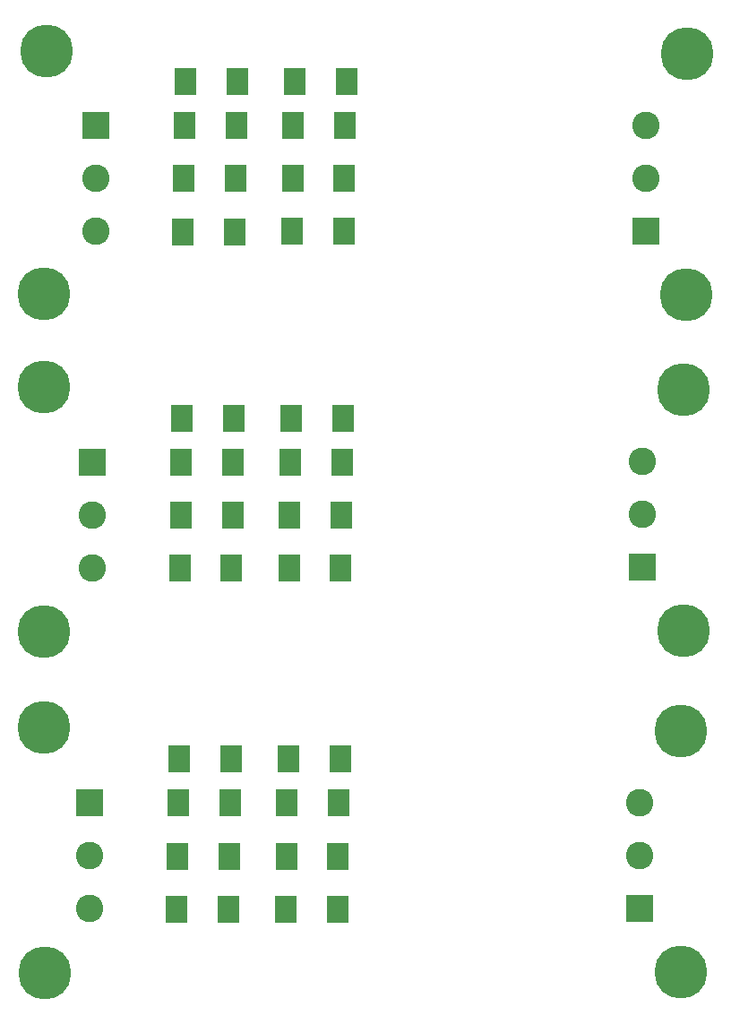
<source format=gbr>
%TF.GenerationSoftware,KiCad,Pcbnew,9.0.0-9.0.0-2~ubuntu22.04.1*%
%TF.CreationDate,2025-03-13T08:20:24+01:00*%
%TF.ProjectId,detec_power,64657465-635f-4706-9f77-65722e6b6963,rev?*%
%TF.SameCoordinates,Original*%
%TF.FileFunction,Soldermask,Bot*%
%TF.FilePolarity,Negative*%
%FSLAX46Y46*%
G04 Gerber Fmt 4.6, Leading zero omitted, Abs format (unit mm)*
G04 Created by KiCad (PCBNEW 9.0.0-9.0.0-2~ubuntu22.04.1) date 2025-03-13 08:20:24*
%MOMM*%
%LPD*%
G01*
G04 APERTURE LIST*
%ADD10R,2.600000X2.600000*%
%ADD11C,2.600000*%
%ADD12C,5.000000*%
%ADD13R,2.100000X2.600000*%
G04 APERTURE END LIST*
D10*
%TO.C,J2*%
X178170000Y-90940000D03*
D11*
X178170000Y-85940000D03*
X178170000Y-80940000D03*
%TD*%
D12*
%TO.C,H1*%
X121870000Y-42150000D03*
%TD*%
%TO.C,H2*%
X121620000Y-97050000D03*
%TD*%
%TO.C,H3*%
X181810000Y-106420000D03*
%TD*%
D10*
%TO.C,J1*%
X126195000Y-80990000D03*
D11*
X126195000Y-85990000D03*
X126195000Y-90990000D03*
%TD*%
D12*
%TO.C,H2*%
X121610000Y-65130000D03*
%TD*%
D10*
%TO.C,J1*%
X125915000Y-113220000D03*
D11*
X125915000Y-118220000D03*
X125915000Y-123220000D03*
%TD*%
D10*
%TO.C,J1*%
X126505000Y-49200000D03*
D11*
X126505000Y-54200000D03*
X126505000Y-59200000D03*
%TD*%
D10*
%TO.C,J2*%
X178480000Y-59150000D03*
D11*
X178480000Y-54150000D03*
X178480000Y-49150000D03*
%TD*%
D12*
%TO.C,H2*%
X121740000Y-129300000D03*
%TD*%
%TO.C,H3*%
X182400000Y-42400000D03*
%TD*%
%TO.C,H4*%
X182360000Y-65180000D03*
%TD*%
%TO.C,H3*%
X182090000Y-74190000D03*
%TD*%
%TO.C,H1*%
X121640000Y-73920000D03*
%TD*%
%TO.C,H4*%
X182050000Y-96970000D03*
%TD*%
D10*
%TO.C,J2*%
X177890000Y-123170000D03*
D11*
X177890000Y-118170000D03*
X177890000Y-113170000D03*
%TD*%
D12*
%TO.C,H4*%
X181770000Y-129200000D03*
%TD*%
%TO.C,H1*%
X121640000Y-106120000D03*
%TD*%
D13*
%TO.C,R4*%
X134320000Y-113220000D03*
X139220000Y-113220000D03*
%TD*%
%TO.C,R7*%
X145330000Y-45050000D03*
X150230000Y-45050000D03*
%TD*%
%TO.C,R2*%
X134760000Y-59220000D03*
X139660000Y-59220000D03*
%TD*%
%TO.C,R8*%
X144870000Y-80980000D03*
X149770000Y-80980000D03*
%TD*%
%TO.C,R2*%
X134450000Y-91010000D03*
X139350000Y-91010000D03*
%TD*%
%TO.C,R4*%
X134910000Y-49200000D03*
X139810000Y-49200000D03*
%TD*%
%TO.C,R7*%
X144740000Y-109070000D03*
X149640000Y-109070000D03*
%TD*%
%TO.C,R4*%
X134600000Y-80990000D03*
X139500000Y-80990000D03*
%TD*%
%TO.C,R1*%
X134260000Y-118240000D03*
X139160000Y-118240000D03*
%TD*%
%TO.C,R1*%
X134540000Y-86010000D03*
X139440000Y-86010000D03*
%TD*%
%TO.C,R3*%
X135000000Y-45050000D03*
X139900000Y-45050000D03*
%TD*%
%TO.C,R3*%
X134410000Y-109070000D03*
X139310000Y-109070000D03*
%TD*%
%TO.C,R5*%
X144800000Y-86010000D03*
X149700000Y-86010000D03*
%TD*%
%TO.C,R6*%
X144780000Y-91000000D03*
X149680000Y-91000000D03*
%TD*%
%TO.C,R8*%
X144590000Y-113210000D03*
X149490000Y-113210000D03*
%TD*%
%TO.C,R8*%
X145180000Y-49190000D03*
X150080000Y-49190000D03*
%TD*%
%TO.C,R6*%
X145090000Y-59210000D03*
X149990000Y-59210000D03*
%TD*%
%TO.C,R5*%
X144520000Y-118240000D03*
X149420000Y-118240000D03*
%TD*%
%TO.C,R7*%
X145020000Y-76840000D03*
X149920000Y-76840000D03*
%TD*%
%TO.C,R6*%
X144500000Y-123230000D03*
X149400000Y-123230000D03*
%TD*%
%TO.C,R1*%
X134850000Y-54220000D03*
X139750000Y-54220000D03*
%TD*%
%TO.C,R3*%
X134690000Y-76840000D03*
X139590000Y-76840000D03*
%TD*%
%TO.C,R5*%
X145110000Y-54220000D03*
X150010000Y-54220000D03*
%TD*%
%TO.C,R2*%
X134170000Y-123240000D03*
X139070000Y-123240000D03*
%TD*%
M02*

</source>
